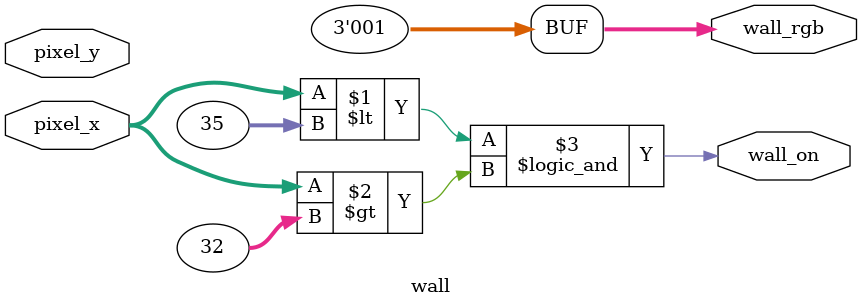
<source format=v>
`timescale 1ns / 1ps


module wall#(
    parameter MAX_Y = 480,
    parameter MAX_X = 640,
    parameter WALL_LEFT = 32,
    parameter WALL_RIGHT = 35
)(
    input [9:0] pixel_x,
    input [9:0] pixel_y,
    output wire wall_on,
    output wire [2:0] wall_rgb
    );

    assign wall_on = (pixel_x<WALL_RIGHT)&&(pixel_x>WALL_LEFT);
    assign wall_rgb = 3'b001;

endmodule

</source>
